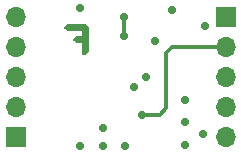
<source format=gbr>
%TF.GenerationSoftware,KiCad,Pcbnew,7.0.9*%
%TF.CreationDate,2024-01-07T19:57:38+00:00*%
%TF.ProjectId,INA381 Breakout,494e4133-3831-4204-9272-65616b6f7574,V24.01.0.1*%
%TF.SameCoordinates,PX8841978PY54c5a90*%
%TF.FileFunction,Copper,L4,Bot*%
%TF.FilePolarity,Positive*%
%FSLAX46Y46*%
G04 Gerber Fmt 4.6, Leading zero omitted, Abs format (unit mm)*
G04 Created by KiCad (PCBNEW 7.0.9) date 2024-01-07 19:57:38*
%MOMM*%
%LPD*%
G01*
G04 APERTURE LIST*
%TA.AperFunction,EtchedComponent*%
%ADD10C,0.254500*%
%TD*%
%TA.AperFunction,EtchedComponent*%
%ADD11C,0.001000*%
%TD*%
%TA.AperFunction,ComponentPad*%
%ADD12R,1.700000X1.700000*%
%TD*%
%TA.AperFunction,ComponentPad*%
%ADD13O,1.700000X1.700000*%
%TD*%
%TA.AperFunction,ViaPad*%
%ADD14C,0.700000*%
%TD*%
%TA.AperFunction,Conductor*%
%ADD15C,0.300000*%
%TD*%
G04 APERTURE END LIST*
%TO.C,REF\u002A\u002A*%
D10*
X5969250Y2159000D02*
G75*
G03*
X5969250Y2159000I-127250J0D01*
G01*
X5969250Y4191000D02*
G75*
G03*
X5969250Y4191000I-127250J0D01*
G01*
X5207250Y3175000D02*
G75*
G03*
X5207250Y3175000I-127250J0D01*
G01*
X4445250Y4191000D02*
G75*
G03*
X4445250Y4191000I-127250J0D01*
G01*
D11*
X6096000Y4191000D02*
X6096000Y2159000D01*
X5842000Y1905000D01*
X5588000Y1905000D01*
X5588000Y2921000D01*
X5080000Y2921000D01*
X5080000Y3429000D01*
X5588000Y3429000D01*
X5588000Y3937000D01*
X4318000Y3937000D01*
X4318000Y4445000D01*
X5842000Y4445000D01*
X6096000Y4191000D01*
%TA.AperFunction,EtchedComponent*%
G36*
X6096000Y4191000D02*
G01*
X6096000Y2159000D01*
X5842000Y1905000D01*
X5588000Y1905000D01*
X5588000Y2921000D01*
X5080000Y2921000D01*
X5080000Y3429000D01*
X5588000Y3429000D01*
X5588000Y3937000D01*
X4318000Y3937000D01*
X4318000Y4445000D01*
X5842000Y4445000D01*
X6096000Y4191000D01*
G37*
%TD.AperFunction*%
%TD*%
D12*
%TO.P,J1,1,Pin_1*%
%TO.N,VDD*%
X17780000Y5080000D03*
D13*
%TO.P,J1,2,Pin_2*%
%TO.N,/~{ALERT}*%
X17780000Y2540000D03*
%TO.P,J1,3,Pin_3*%
%TO.N,Net-(J1-Pin_3)*%
X17780000Y0D03*
%TO.P,J1,4,Pin_4*%
%TO.N,/CMPREF*%
X17780000Y-2540000D03*
%TO.P,J1,5,Pin_5*%
%TO.N,GND*%
X17780000Y-5080000D03*
%TD*%
D12*
%TO.P,J2,1,Pin_1*%
%TO.N,/RES+*%
X0Y-5080000D03*
D13*
%TO.P,J2,2,Pin_2*%
X0Y-2540000D03*
%TO.P,J2,3,Pin_3*%
%TO.N,unconnected-(J2-Pin_3-Pad3)*%
X0Y0D03*
%TO.P,J2,4,Pin_4*%
%TO.N,/RES-*%
X0Y2540000D03*
%TO.P,J2,5,Pin_5*%
X0Y5080000D03*
%TD*%
D14*
%TO.N,GND*%
X15875000Y-4826000D03*
X5474000Y-5865000D03*
X13208000Y5700000D03*
X14351000Y-1915000D03*
X14351000Y-5725000D03*
X16002000Y4318000D03*
X9981750Y-837750D03*
X5461000Y5845000D03*
X7366000Y-5842000D03*
%TO.N,VDD*%
X11811000Y3048000D03*
X11049000Y-10000D03*
X14351000Y-3834500D03*
X9271000Y-5842000D03*
X7366000Y-4318000D03*
%TO.N,/~{ALERT}*%
X10668000Y-3185000D03*
%TO.N,/CMPIN*%
X9144000Y5080000D03*
X9144000Y3429000D03*
%TD*%
D15*
%TO.N,/~{ALERT}*%
X12700000Y2032000D02*
X13208000Y2540000D01*
X10668000Y-3185000D02*
X12182000Y-3185000D01*
X12700000Y-2667000D02*
X12700000Y2032000D01*
X12182000Y-3185000D02*
X12700000Y-2667000D01*
X13208000Y2540000D02*
X17780000Y2540000D01*
%TO.N,/CMPIN*%
X9144000Y3429000D02*
X9144000Y5080000D01*
%TD*%
M02*

</source>
